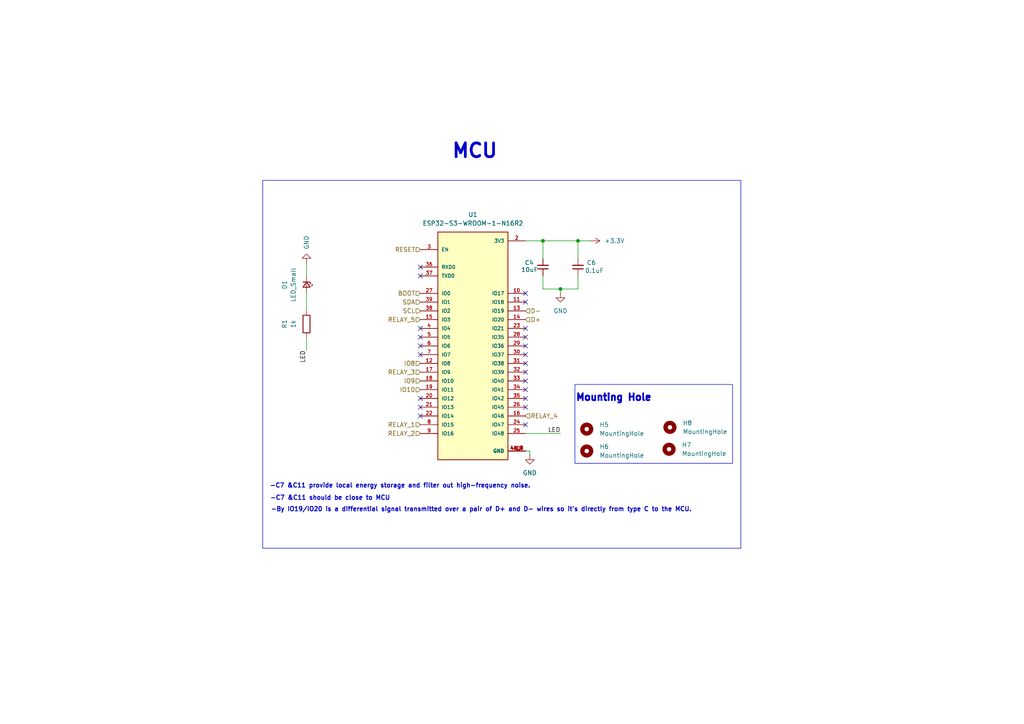
<source format=kicad_sch>
(kicad_sch (version 20231120) (generator "eeschema") (generator_version "8.0")
  (paper "A4")
  (lib_symbols
    (symbol "Device:C_Small" (pin_numbers hide) (pin_names (offset 0.254) hide)
      (property "Reference" "C" (at 0.254 1.778 0))
      (property "Value" "C_Small" (at 0.254 -2.032 0))
      (symbol "C_Small_0_1"
        (polyline (pts (xy -1.524 -0.508) (xy 1.524 -0.508)) (stroke (width 0.3302)))
        (polyline (pts (xy -1.524 0.508) (xy 1.524 0.508)) (stroke (width 0.3048)))
      )
      (symbol "C_Small_1_1"
        (pin passive line (at 0 2.54 270) (length 2.032) (name "~") (number "1"))
        (pin passive line (at 0 -2.54 90) (length 2.032) (name "~") (number "2"))
      )
    )
    (symbol "Device:LED_Small" (pin_numbers hide) (pin_names (offset 0.254) hide)
      (property "Reference" "D" (at -1.27 3.175 0))
      (property "Value" "LED_Small" (at -4.445 -2.54 0))
      (symbol "LED_Small_0_1"
        (polyline (pts (xy -0.762 -1.016) (xy -0.762 1.016)) (stroke (width 0.254)))
        (polyline (pts (xy 1.016 0) (xy -0.762 0)))
        (polyline (pts (xy 0.762 -1.016) (xy -0.762 0) (xy 0.762 1.016) (xy 0.762 -1.016)) (stroke (width 0.254)))
        (polyline (pts (xy 0 0.762) (xy -0.508 1.27) (xy -0.254 1.27) (xy -0.508 1.27) (xy -0.508 1.016)))
        (polyline (pts (xy 0.508 1.27) (xy 0 1.778) (xy 0.254 1.778) (xy 0 1.778) (xy 0 1.524)))
      )
      (symbol "LED_Small_1_1"
        (pin passive line (at -2.54 0 0) (length 1.778) (name "K") (number "1"))
        (pin passive line (at 2.54 0 180) (length 1.778) (name "A") (number "2"))
      )
    )
    (symbol "Device:R" (pin_numbers hide) (pin_names (offset 0))
      (property "Reference" "R" (at 2.032 0 90))
      (property "Value" "R" (at 0 0 90))
      (symbol "R_0_1"
        (rectangle (start -1.016 -2.54) (end 1.016 2.54) (stroke (width 0.254)))
      )
      (symbol "R_1_1"
        (pin passive line (at 0 3.81 270) (length 1.27) (name "~") (number "1"))
        (pin passive line (at 0 -3.81 90) (length 1.27) (name "~") (number "2"))
      )
    )
    (symbol "ESP32-S3-WROOM-1-N16R2_1" (pin_names (offset 1.016))
      (property "Reference" "U" (at -10.16 34.1122 0))
      (property "Value" "ESP32-S3-WROOM-1-N16R2" (at -10.16 -35.56 0))
      (symbol "ESP32-S3-WROOM-1-N16R2_1_0_0"
        (rectangle (start -10.16 -33.02) (end 10.16 33.02) (stroke (width 0.254)) (fill (type background)))
        (pin power_in line (at 15.24 -30.48 180) (length 5.08) (name "GND") (number "1"))
        (pin bidirectional line (at 15.24 15.24 180) (length 5.08) (name "IO17") (number "10"))
        (pin bidirectional line (at 15.24 12.7 180) (length 5.08) (name "IO18") (number "11"))
        (pin bidirectional line (at -15.24 -5.08 0) (length 5.08) (name "IO8") (number "12"))
        (pin bidirectional line (at 15.24 10.16 180) (length 5.08) (name "IO19") (number "13"))
        (pin bidirectional line (at 15.24 7.62 180) (length 5.08) (name "IO20") (number "14"))
        (pin bidirectional line (at -15.24 7.62 0) (length 5.08) (name "IO3") (number "15"))
        (pin bidirectional line (at 15.24 -20.32 180) (length 5.08) (name "IO46") (number "16"))
        (pin bidirectional line (at -15.24 -7.62 0) (length 5.08) (name "IO9") (number "17"))
        (pin bidirectional line (at -15.24 -10.16 0) (length 5.08) (name "IO10") (number "18"))
        (pin bidirectional line (at -15.24 -12.7 0) (length 5.08) (name "IO11") (number "19"))
        (pin power_in line (at 15.24 30.48 180) (length 5.08) (name "3V3") (number "2"))
        (pin bidirectional line (at -15.24 -15.24 0) (length 5.08) (name "IO12") (number "20"))
        (pin bidirectional line (at -15.24 -17.78 0) (length 5.08) (name "IO13") (number "21"))
        (pin bidirectional line (at -15.24 -20.32 0) (length 5.08) (name "IO14") (number "22"))
        (pin bidirectional line (at 15.24 5.08 180) (length 5.08) (name "IO21") (number "23"))
        (pin bidirectional line (at 15.24 -22.86 180) (length 5.08) (name "IO47") (number "24"))
        (pin bidirectional line (at 15.24 -25.4 180) (length 5.08) (name "IO48") (number "25"))
        (pin bidirectional line (at 15.24 -17.78 180) (length 5.08) (name "IO45") (number "26"))
        (pin bidirectional line (at -15.24 15.24 0) (length 5.08) (name "IO0") (number "27"))
        (pin bidirectional line (at 15.24 2.54 180) (length 5.08) (name "IO35") (number "28"))
        (pin bidirectional line (at 15.24 0 180) (length 5.08) (name "IO36") (number "29"))
        (pin input line (at -15.24 27.94 0) (length 5.08) (name "EN") (number "3"))
        (pin bidirectional line (at 15.24 -2.54 180) (length 5.08) (name "IO37") (number "30"))
        (pin bidirectional line (at 15.24 -5.08 180) (length 5.08) (name "IO38") (number "31"))
        (pin bidirectional line (at 15.24 -7.62 180) (length 5.08) (name "IO39") (number "32"))
        (pin bidirectional line (at 15.24 -10.16 180) (length 5.08) (name "IO40") (number "33"))
        (pin bidirectional line (at 15.24 -12.7 180) (length 5.08) (name "IO41") (number "34"))
        (pin bidirectional line (at 15.24 -15.24 180) (length 5.08) (name "IO42") (number "35"))
        (pin bidirectional line (at -15.24 22.86 0) (length 5.08) (name "RXD0") (number "36"))
        (pin bidirectional line (at -15.24 20.32 0) (length 5.08) (name "TXD0") (number "37"))
        (pin bidirectional line (at -15.24 10.16 0) (length 5.08) (name "IO2") (number "38"))
        (pin bidirectional line (at -15.24 12.7 0) (length 5.08) (name "IO1") (number "39"))
        (pin bidirectional line (at -15.24 5.08 0) (length 5.08) (name "IO4") (number "4"))
        (pin power_in line (at 15.24 -30.48 180) (length 5.08) (name "GND") (number "40"))
        (pin power_in line (at 15.24 -30.48 180) (length 5.08) (name "GND") (number "41_1"))
        (pin power_in line (at 15.24 -30.48 180) (length 5.08) (name "GND") (number "41_2"))
        (pin power_in line (at 15.24 -30.48 180) (length 5.08) (name "GND") (number "41_3"))
        (pin power_in line (at 15.24 -30.48 180) (length 5.08) (name "GND") (number "41_4"))
        (pin power_in line (at 15.24 -30.48 180) (length 5.08) (name "GND") (number "41_5"))
        (pin power_in line (at 15.24 -30.48 180) (length 5.08) (name "GND") (number "41_6"))
        (pin power_in line (at 15.24 -30.48 180) (length 5.08) (name "GND") (number "41_7"))
        (pin power_in line (at 15.24 -30.48 180) (length 5.08) (name "GND") (number "41_8"))
        (pin power_in line (at 15.24 -30.48 180) (length 5.08) (name "GND") (number "41_9"))
        (pin bidirectional line (at -15.24 2.54 0) (length 5.08) (name "IO5") (number "5"))
        (pin bidirectional line (at -15.24 0 0) (length 5.08) (name "IO6") (number "6"))
        (pin bidirectional line (at -15.24 -2.54 0) (length 5.08) (name "IO7") (number "7"))
        (pin bidirectional line (at -15.24 -22.86 0) (length 5.08) (name "IO15") (number "8"))
        (pin bidirectional line (at -15.24 -25.4 0) (length 5.08) (name "IO16") (number "9"))
      )
    )
    (symbol "GND_1" (power) (pin_numbers hide) (pin_names (offset 0) hide)
      (property "Value" "GND" (at 0 -3.81 0))
      (symbol "GND_1_0_1"
        (polyline (pts (xy 0 0) (xy 0 -1.27) (xy 1.27 -1.27) (xy 0 -2.54) (xy -1.27 -1.27) (xy 0 -1.27)))
      )
      (symbol "GND_1_1_1"
        (pin power_in line (at 0 0 270) (length 0) (name "~") (number "1"))
      )
    )
    (symbol "Mechanical:MountingHole" (pin_names (offset 1.016))
      (property "Reference" "H" (at 0 5.08 0))
      (property "Value" "MountingHole" (at 0 3.175 0))
      (symbol "MountingHole_0_1"
        (circle (center 0 0) (radius 1.27) (stroke (width 1.27)))
      )
    )
    (symbol "power:+3.3V" (power) (pin_numbers hide) (pin_names (offset 0) hide)
      (property "Value" "+3.3V" (at 0 3.556 0))
      (symbol "+3.3V_0_1"
        (polyline (pts (xy -0.762 1.27) (xy 0 2.54)))
        (polyline (pts (xy 0 0) (xy 0 2.54)))
        (polyline (pts (xy 0 2.54) (xy 0.762 1.27)))
      )
      (symbol "+3.3V_1_1"
        (pin power_in line (at 0 0 90) (length 0) (name "~") (number "1"))
      )
    )
    (symbol "power:GND" (power) (pin_numbers hide) (pin_names (offset 0) hide)
      (property "Value" "GND" (at 0 -3.81 0))
      (symbol "GND_0_1"
        (polyline (pts (xy 0 0) (xy 0 -1.27) (xy 1.27 -1.27) (xy 0 -2.54) (xy -1.27 -1.27) (xy 0 -1.27)))
      )
      (symbol "GND_1_1"
        (pin power_in line (at 0 0 270) (length 0) (name "~") (number "1"))
      )
    )
  )
  (junction (at 157.48 69.85))
  (junction (at 167.64 69.85))
  (junction (at 162.56 83.82))
  (no_connect (at 152.4 95.25))
  (no_connect (at 121.92 100.33))
  (no_connect (at 121.92 115.57))
  (no_connect (at 121.92 80.01))
  (no_connect (at 121.92 118.11))
  (no_connect (at 121.92 102.87))
  (no_connect (at 152.4 113.03))
  (no_connect (at 152.4 118.11))
  (no_connect (at 152.4 97.79))
  (no_connect (at 121.92 120.65))
  (no_connect (at 152.4 105.41))
  (no_connect (at 152.4 123.19))
  (no_connect (at 152.4 115.57))
  (no_connect (at 152.4 102.87))
  (no_connect (at 121.92 77.47))
  (no_connect (at 152.4 100.33))
  (no_connect (at 121.92 97.79))
  (no_connect (at 121.92 95.25))
  (no_connect (at 152.4 87.63))
  (no_connect (at 152.4 85.09))
  (no_connect (at 152.4 107.95))
  (no_connect (at 152.4 110.49))
  (wire (pts (xy 152.4 125.73) (xy 162.56 125.73)))
  (wire (pts (xy 88.9 80.01) (xy 88.9 76.2)))
  (wire (pts (xy 162.56 83.82) (xy 162.56 85.09)))
  (wire (pts (xy 153.67 130.81) (xy 152.4 130.81)))
  (wire (pts (xy 157.48 83.82) (xy 162.56 83.82)))
  (wire (pts (xy 157.48 69.85) (xy 167.64 69.85)))
  (wire (pts (xy 167.64 80.01) (xy 167.64 83.82)))
  (wire (pts (xy 153.67 132.08) (xy 153.67 130.81)))
  (wire (pts (xy 157.48 80.01) (xy 157.48 83.82)))
  (wire (pts (xy 88.9 101.6) (xy 88.9 97.79)))
  (wire (pts (xy 167.64 69.85) (xy 167.64 74.93)))
  (wire (pts (xy 152.4 69.85) (xy 157.48 69.85)))
  (wire (pts (xy 88.9 90.17) (xy 88.9 85.09)))
  (wire (pts (xy 157.48 69.85) (xy 157.48 74.93)))
  (wire (pts (xy 162.56 83.82) (xy 167.64 83.82)))
  (wire (pts (xy 167.64 69.85) (xy 171.45 69.85)))
  (rectangle (start 166.751 111.506) (end 212.471 134.366))
  (rectangle (start 193.3448 128.8542) (end 193.3448 128.8542))
  (rectangle (start 76.2 52.324) (end 214.884 159.004))
  (text "-C7 &C11 should be close to MCU" (at 95.758 144.526 0) (effects (font (size 1.27 1.27) (thickness 0.254) (bold yes))))
  (text "-C7 &C11 provide local energy storage and filter out high-frequency noise." (at 116.078 140.97 0) (effects (font (size 1.27 1.27) (thickness 0.254) (bold yes))))
  (text "Mounting Hole" (at 166.878 116.586 0) (effects (font (size 2 2) (thickness 0.8) (bold yes)) (justify left bottom)))
  (text "MCU\n" (at 130.81 46.228 0) (effects (font (size 4 4) (bold yes)) (justify left bottom)))
  (text "-By IO19/IO20 is a differential signal transmitted over a pair of D+ and D- wires so it's directly from type C to the MCU.\n" (at 78.486 147.828 0) (effects (font (size 1.27 1.27) (thickness 0.254) (bold yes)) (justify left)))
  (label "LED" (at 162.56 125.73 180))
  (label "LED" (at 88.9 101.6 270))
  (hierarchical_label "SDA" (shape input) (at 121.92 87.63 180))
  (hierarchical_label "RELAY_2" (shape input) (at 121.92 125.73 180))
  (hierarchical_label "RELAY_4" (shape input) (at 152.4 120.65 0))
  (hierarchical_label "SCL" (shape input) (at 121.92 90.17 180))
  (hierarchical_label "IO8" (shape input) (at 121.92 105.41 180))
  (hierarchical_label "RELAY_1" (shape input) (at 121.92 123.19 180))
  (hierarchical_label "RESET" (shape input) (at 121.92 72.39 180))
  (hierarchical_label "IO10" (shape input) (at 121.92 113.03 180))
  (hierarchical_label "RELAY_5" (shape input) (at 121.92 92.71 180))
  (hierarchical_label "D-" (shape input) (at 152.4 90.17 0))
  (hierarchical_label "RELAY_3" (shape input) (at 121.92 107.95 180))
  (hierarchical_label "IO9" (shape input) (at 121.92 110.49 180))
  (hierarchical_label "D+" (shape input) (at 152.4 92.71 0))
  (hierarchical_label "BOOT" (shape input) (at 121.92 85.09 180))
  (symbol (lib_id "Device:R") (at 88.9 93.98 180) (unit 1)
    (property "Reference" "R1" (at 82.55 93.98 90))
    (property "Value" "1k" (at 85.09 93.98 90))
    (property "Footprint" "Resistor_SMD:R_0603_1608Metric" (effects (hide yes)))
    (property "Description" "Resistor" (effects (hide yes)))
  )
  (symbol (lib_id "power:GND") (at 162.56 85.09 0) (unit 1)
    (property "Reference" "#PWR073" (effects (hide yes)))
    (property "Value" "GND" (at 162.56 90.17 0))
    (property "Description" "Power symbol creates a global label with name \"GND\" , ground" (effects (hide yes)))
  )
  (symbol (lib_id "Device:LED_Small") (at 88.9 82.55 270) (unit 1)
    (property "Reference" "D1" (at 82.55 82.6135 0))
    (property "Value" "LED_Small" (at 85.09 82.6135 0))
    (property "Footprint" "LED_SMD:LED_0805_2012Metric" (effects (hide yes)))
    (property "Description" "Light emitting diode, small symbol" (effects (hide yes)))
  )
  (symbol (lib_id "Mechanical:MountingHole") (at 170.18 130.81 0) (unit 1)
    (property "Reference" "H6" (at 173.863 129.5399 0) (effects (justify left)))
    (property "Value" "MountingHole" (at 173.863 132.0799 0) (effects (justify left)))
    (property "Footprint" "MountingHole:MountingHole_3mm_Pad_Via" (effects (hide yes)))
  )
  (symbol (lib_id "Mechanical:MountingHole") (at 194.056 130.302 0) (unit 1)
    (property "Reference" "H7" (at 197.739 129.0319 0) (effects (justify left)))
    (property "Value" "MountingHole" (at 197.739 131.5719 0) (effects (justify left)))
    (property "Footprint" "MountingHole:MountingHole_3mm_Pad_Via" (effects (hide yes)))
  )
  (symbol (lib_name "ESP32-S3-WROOM-1-N16R2_1") (lib_id "ESP32-S3-WROOM-1-N16R2:ESP32-S3-WROOM-1-N16R2") (at 137.16 100.33 0) (unit 1)
    (property "Reference" "U1" (at 137.16 62.23 0))
    (property "Value" "ESP32-S3-WROOM-1-N16R2" (at 137.16 64.77 0))
    (property "Footprint" "MOD FILE:XCVR_ESP32-S3-WROOM-1-N16R2" (effects (hide yes)))
    (property "MF" "Espressif Systems" (effects (hide yes)))
    (property "MAXIMUM_PACKAGE_HEIGHT" "3.25mm" (effects (hide yes)))
    (property "Package" "NON STANDARD Espressif Systems" (effects (hide yes)))
    (property "Price" "None" (effects (hide yes)))
    (property "Check_prices" "https://www.snapeda.com/parts/ESP32S3WROOM1N16R2/Espressif+Systems/view-part/?ref=eda" (effects (hide yes)))
    (property "STANDARD" "Manufacturer Recommendations" (effects (hide yes)))
    (property "PARTREV" "v1.0" (effects (hide yes)))
    (property "SnapEDA_Link" "https://www.snapeda.com/parts/ESP32S3WROOM1N16R2/Espressif+Systems/view-part/?ref=snap" (effects (hide yes)))
    (property "MP" "ESP32S3WROOM1N16R2" (effects (hide yes)))
    (property "Description_1" "\nBluetooth, WiFi 802.11b/g/n, Bluetooth v5.0 Transceiver Module 2.4GHz PCB Trace Surface Mount\n" (effects (hide yes)))
    (property "Availability" "In Stock" (effects (hide yes)))
    (property "MANUFACTURER" "Espressif" (effects (hide yes)))
  )
  (symbol (lib_id "Mechanical:MountingHole") (at 194.31 123.952 0) (unit 1)
    (property "Reference" "H8" (at 197.993 122.6819 0) (effects (justify left)))
    (property "Value" "MountingHole" (at 197.993 125.2219 0) (effects (justify left)))
    (property "Footprint" "MountingHole:MountingHole_3mm_Pad_Via" (effects (hide yes)))
  )
  (symbol (lib_id "Mechanical:MountingHole") (at 170.18 124.46 0) (unit 1)
    (property "Reference" "H5" (at 173.863 123.1899 0) (effects (justify left)))
    (property "Value" "MountingHole" (at 173.863 125.7299 0) (effects (justify left)))
    (property "Footprint" "MountingHole:MountingHole_3mm_Pad_Via" (effects (hide yes)))
  )
  (symbol (lib_id "Device:C_Small") (at 167.64 77.47 180) (unit 1)
    (property "Reference" "C6" (at 170.18 76.2 0) (effects (justify right)))
    (property "Value" "0.1uF" (at 169.672 78.4924 0) (effects (justify right)))
    (property "Footprint" "Capacitor_SMD:C_0603_1608Metric" (effects (hide yes)))
  )
  (symbol (lib_id "power:+3.3V") (at 171.45 69.85 270) (unit 1)
    (property "Reference" "#PWR074" (effects (hide yes)))
    (property "Value" "+3.3V" (at 175.26 69.8499 90) (effects (justify left)))
    (property "Description" "Power symbol creates a global label with name \"+3.3V\"" (effects (hide yes)))
  )
  (symbol (lib_name "GND_1") (lib_id "power:GND") (at 88.9 76.2 180) (unit 1)
    (property "Reference" "#PWR01" (effects (hide yes)))
    (property "Value" "GND" (at 88.8999 72.39 90) (effects (justify right)))
    (property "Description" "Power symbol creates a global label with name \"GND\" , ground" (effects (hide yes)))
  )
  (symbol (lib_id "power:GND") (at 153.67 132.08 0) (unit 1)
    (property "Reference" "#PWR072" (effects (hide yes)))
    (property "Value" "GND" (at 153.67 137.16 0))
    (property "Description" "Power symbol creates a global label with name \"GND\" , ground" (effects (hide yes)))
  )
  (symbol (lib_id "Device:C_Small") (at 157.48 77.47 180) (unit 1)
    (property "Reference" "C4" (at 152.146 76.2 0) (effects (justify right)))
    (property "Value" "10uF" (at 151.13 78.232 0) (effects (justify right)))
    (property "Footprint" "Capacitor_SMD:C_0603_1608Metric" (effects (hide yes)))
  )
)
</source>
